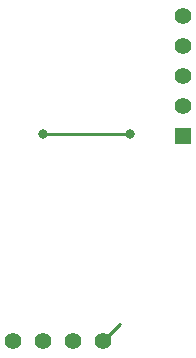
<source format=gtl>
G04 #@! TF.GenerationSoftware,KiCad,Pcbnew,(5.1.6-0-10_14)*
G04 #@! TF.CreationDate,2022-12-26T18:07:59+09:00*
G04 #@! TF.ProjectId,cool536trackballparts,636f6f6c-3533-4367-9472-61636b62616c,rev?*
G04 #@! TF.SameCoordinates,Original*
G04 #@! TF.FileFunction,Copper,L1,Top*
G04 #@! TF.FilePolarity,Positive*
%FSLAX46Y46*%
G04 Gerber Fmt 4.6, Leading zero omitted, Abs format (unit mm)*
G04 Created by KiCad (PCBNEW (5.1.6-0-10_14)) date 2022-12-26 18:07:59*
%MOMM*%
%LPD*%
G01*
G04 APERTURE LIST*
G04 #@! TA.AperFunction,ComponentPad*
%ADD10C,1.397000*%
G04 #@! TD*
G04 #@! TA.AperFunction,ComponentPad*
%ADD11R,1.397000X1.397000*%
G04 #@! TD*
G04 #@! TA.AperFunction,ViaPad*
%ADD12C,0.800000*%
G04 #@! TD*
G04 #@! TA.AperFunction,Conductor*
%ADD13C,0.250000*%
G04 #@! TD*
G04 APERTURE END LIST*
D10*
X79090000Y-69860000D03*
X76550000Y-69860000D03*
X74010000Y-69860000D03*
X71470000Y-69860000D03*
X85860000Y-42340000D03*
X85860000Y-44880000D03*
X85860000Y-47420000D03*
X85860000Y-49960000D03*
D11*
X85860000Y-52500000D03*
D12*
X74020000Y-52350000D03*
X81370000Y-52310000D03*
D13*
X79090000Y-69860000D02*
X80556703Y-68393297D01*
X74020000Y-52350000D02*
X81330000Y-52350000D01*
X81330000Y-52350000D02*
X81370000Y-52310000D01*
M02*

</source>
